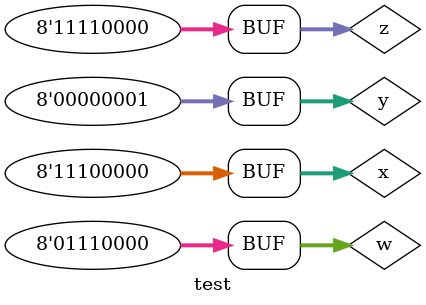
<source format=v>
module test();
 
  reg signed [7:0] x;
  reg[7:0] y;
  
  reg[7:0] z;
  reg[7:0] w;
 
  initial 
	begin
    x =8'b11100000;
	 y =8'b00000001;
    z = x >>> y;
    w = x >> y;
	end
 
endmodule
</source>
